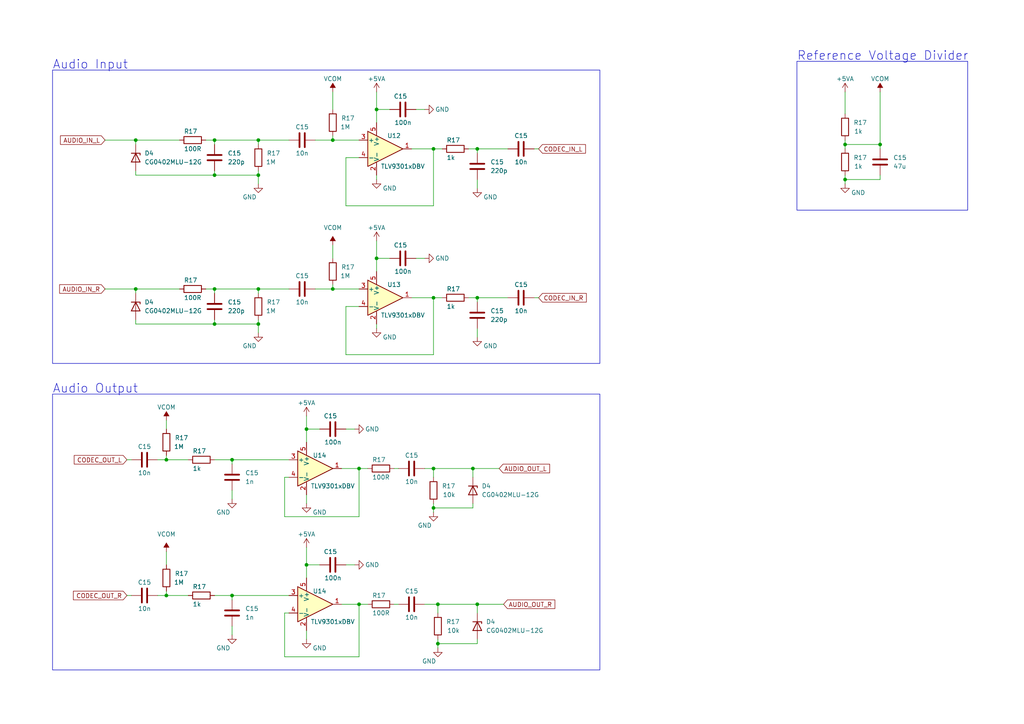
<source format=kicad_sch>
(kicad_sch (version 20230121) (generator eeschema)
  (paper "A4")
  (lib_symbols
    (symbol "Amplifier_Operational:TLV9301xDBV" (pin_names (offset 0.127))
      (property "Reference" "U" (at -1.27 6.35 0))
      (property "Value" "TLV9301xDBV" (at -1.27 3.81 0))
      (symbol "TLV9301xDBV_0_1"
        (polyline (pts (xy -5.08 5.08) (xy 5.08 0) (xy -5.08 -5.08) (xy -5.08 5.08)) (stroke (width 0.254)) (fill (type background)))
        (pin power_in line (at -2.54 -7.62 90) (length 3.81) (name "V-") (number "2"))
        (pin power_in line (at -2.54 7.62 270) (length 3.81) (name "V+") (number "5"))
      )
      (symbol "TLV9301xDBV_1_1"
        (pin output line (at 7.62 0 180) (length 2.54) (name "~") (number "1"))
        (pin input line (at -7.62 2.54 0) (length 2.54) (name "+") (number "3"))
        (pin input line (at -7.62 -2.54 0) (length 2.54) (name "-") (number "4"))
      )
    )
    (symbol "Device:C" (pin_numbers hide) (pin_names (offset 0.254))
      (property "Reference" "C" (at 0.635 2.54 0))
      (property "Value" "C" (at 0.635 -2.54 0))
      (symbol "C_0_1"
        (polyline (pts (xy -2.032 -0.762) (xy 2.032 -0.762)) (stroke (width 0.508)))
        (polyline (pts (xy -2.032 0.762) (xy 2.032 0.762)) (stroke (width 0.508)))
      )
      (symbol "C_1_1"
        (pin passive line (at 0 3.81 270) (length 2.794) (name "~") (number "1"))
        (pin passive line (at 0 -3.81 90) (length 2.794) (name "~") (number "2"))
      )
    )
    (symbol "Device:D_Zener" (pin_numbers hide) (pin_names (offset 1.016) hide)
      (property "Reference" "D" (at 0 2.54 0))
      (property "Value" "D_Zener" (at 0 -2.54 0))
      (symbol "D_Zener_0_1"
        (polyline (pts (xy 1.27 0) (xy -1.27 0)))
        (polyline (pts (xy -1.27 -1.27) (xy -1.27 1.27) (xy -0.762 1.27)) (stroke (width 0.254)))
        (polyline (pts (xy 1.27 -1.27) (xy 1.27 1.27) (xy -1.27 0) (xy 1.27 -1.27)) (stroke (width 0.254)))
      )
      (symbol "D_Zener_1_1"
        (pin passive line (at -3.81 0 0) (length 2.54) (name "K") (number "1"))
        (pin passive line (at 3.81 0 180) (length 2.54) (name "A") (number "2"))
      )
    )
    (symbol "Device:R" (pin_numbers hide) (pin_names (offset 0))
      (property "Reference" "R" (at 2.032 0 90))
      (property "Value" "R" (at 0 0 90))
      (symbol "R_0_1"
        (rectangle (start -1.016 -2.54) (end 1.016 2.54) (stroke (width 0.254)))
      )
      (symbol "R_1_1"
        (pin passive line (at 0 3.81 270) (length 1.27) (name "~") (number "1"))
        (pin passive line (at 0 -3.81 90) (length 1.27) (name "~") (number "2"))
      )
    )
    (symbol "power:+5VA" (power) (pin_names (offset 0))
      (property "Value" "+5VA" (at 0 3.556 0))
      (symbol "+5VA_0_1"
        (polyline (pts (xy -0.762 1.27) (xy 0 2.54)))
        (polyline (pts (xy 0 0) (xy 0 2.54)))
        (polyline (pts (xy 0 2.54) (xy 0.762 1.27)))
      )
      (symbol "+5VA_1_1"
        (pin power_in line (at 0 0 90) (length 0) hide (name "+5VA") (number "1"))
      )
    )
    (symbol "power:GND" (power) (pin_names (offset 0))
      (property "Value" "GND" (at 0 -3.81 0))
      (symbol "GND_0_1"
        (polyline (pts (xy 0 0) (xy 0 -1.27) (xy 1.27 -1.27) (xy 0 -2.54) (xy -1.27 -1.27) (xy 0 -1.27)))
      )
      (symbol "GND_1_1"
        (pin power_in line (at 0 0 270) (length 0) hide (name "GND") (number "1"))
      )
    )
    (symbol "power:VCOM" (power) (pin_names (offset 0))
      (property "Value" "VCOM" (at 0 3.81 0))
      (symbol "VCOM_0_1"
        (polyline (pts (xy 0 0) (xy 0 2.54)))
        (polyline (pts (xy 0.762 1.27) (xy -0.762 1.27) (xy 0 2.54) (xy 0.762 1.27)) (fill (type outline)))
      )
      (symbol "VCOM_1_1"
        (pin power_in line (at 0 0 90) (length 0) hide (name "VCOM") (number "1"))
      )
    )
  )
  (junction (at 62.23 93.98))
  (junction (at 48.26 133.35))
  (junction (at 62.23 40.64))
  (junction (at 39.37 83.82))
  (junction (at 138.43 86.36))
  (junction (at 109.22 31.75))
  (junction (at 125.73 147.32))
  (junction (at 138.43 43.18))
  (junction (at 104.14 135.89))
  (junction (at 62.23 50.8))
  (junction (at 138.43 175.26))
  (junction (at 48.26 172.72))
  (junction (at 88.9 124.46))
  (junction (at 137.16 135.89))
  (junction (at 245.11 41.91))
  (junction (at 96.52 83.82))
  (junction (at 74.93 83.82))
  (junction (at 125.73 86.36))
  (junction (at 125.73 135.89))
  (junction (at 127 186.69))
  (junction (at 109.22 74.93))
  (junction (at 39.37 40.64))
  (junction (at 104.14 175.26))
  (junction (at 127 175.26))
  (junction (at 125.73 43.18))
  (junction (at 74.93 93.98))
  (junction (at 88.9 163.83))
  (junction (at 67.31 133.35))
  (junction (at 96.52 40.64))
  (junction (at 74.93 40.64))
  (junction (at 67.31 172.72))
  (junction (at 255.27 41.91))
  (junction (at 62.23 83.82))
  (junction (at 74.93 50.8))
  (junction (at 245.11 52.07))
  (wire (pts (xy 100.33 102.87) (xy 100.33 88.9)))
  (wire (pts (xy 67.31 181.61) (xy 67.31 184.15)))
  (wire (pts (xy 104.14 135.89) (xy 106.68 135.89)))
  (wire (pts (xy 144.78 135.89) (xy 137.16 135.89)))
  (wire (pts (xy 125.73 43.18) (xy 128.27 43.18)))
  (wire (pts (xy 138.43 86.36) (xy 138.43 87.63)))
  (wire (pts (xy 135.89 86.36) (xy 138.43 86.36)))
  (wire (pts (xy 67.31 133.35) (xy 67.31 134.62)))
  (wire (pts (xy 138.43 52.07) (xy 138.43 54.61)))
  (wire (pts (xy 119.38 86.36) (xy 125.73 86.36)))
  (wire (pts (xy 62.23 93.98) (xy 74.93 93.98)))
  (wire (pts (xy 109.22 26.67) (xy 109.22 31.75)))
  (wire (pts (xy 67.31 133.35) (xy 83.82 133.35)))
  (wire (pts (xy 137.16 146.05) (xy 137.16 147.32)))
  (wire (pts (xy 100.33 45.72) (xy 104.14 45.72)))
  (wire (pts (xy 82.55 190.5) (xy 104.14 190.5)))
  (wire (pts (xy 245.11 41.91) (xy 245.11 43.18)))
  (wire (pts (xy 127 186.69) (xy 127 187.96)))
  (wire (pts (xy 127 186.69) (xy 138.43 186.69)))
  (wire (pts (xy 96.52 40.64) (xy 104.14 40.64)))
  (wire (pts (xy 99.06 175.26) (xy 104.14 175.26)))
  (wire (pts (xy 245.11 52.07) (xy 245.11 53.34)))
  (wire (pts (xy 48.26 121.92) (xy 48.26 124.46)))
  (wire (pts (xy 82.55 149.86) (xy 104.14 149.86)))
  (wire (pts (xy 39.37 83.82) (xy 39.37 85.09)))
  (wire (pts (xy 125.73 59.69) (xy 100.33 59.69)))
  (wire (pts (xy 138.43 95.25) (xy 138.43 97.79)))
  (wire (pts (xy 99.06 135.89) (xy 104.14 135.89)))
  (wire (pts (xy 67.31 142.24) (xy 67.31 144.78)))
  (wire (pts (xy 109.22 50.8) (xy 109.22 52.07)))
  (wire (pts (xy 91.44 40.64) (xy 96.52 40.64)))
  (wire (pts (xy 138.43 175.26) (xy 127 175.26)))
  (wire (pts (xy 125.73 43.18) (xy 125.73 59.69)))
  (wire (pts (xy 120.65 74.93) (xy 123.19 74.93)))
  (wire (pts (xy 127 175.26) (xy 127 177.8)))
  (wire (pts (xy 100.33 88.9) (xy 104.14 88.9)))
  (wire (pts (xy 88.9 163.83) (xy 88.9 167.64)))
  (wire (pts (xy 100.33 59.69) (xy 100.33 45.72)))
  (wire (pts (xy 59.69 83.82) (xy 62.23 83.82)))
  (wire (pts (xy 62.23 92.71) (xy 62.23 93.98)))
  (wire (pts (xy 100.33 124.46) (xy 102.87 124.46)))
  (wire (pts (xy 125.73 102.87) (xy 100.33 102.87)))
  (wire (pts (xy 82.55 138.43) (xy 82.55 149.86)))
  (wire (pts (xy 82.55 177.8) (xy 82.55 190.5)))
  (wire (pts (xy 123.19 175.26) (xy 127 175.26)))
  (wire (pts (xy 125.73 135.89) (xy 125.73 138.43)))
  (wire (pts (xy 125.73 86.36) (xy 125.73 102.87)))
  (wire (pts (xy 109.22 69.85) (xy 109.22 74.93)))
  (wire (pts (xy 74.93 49.53) (xy 74.93 50.8)))
  (wire (pts (xy 115.57 135.89) (xy 114.3 135.89)))
  (wire (pts (xy 138.43 86.36) (xy 147.32 86.36)))
  (wire (pts (xy 39.37 40.64) (xy 39.37 41.91)))
  (wire (pts (xy 74.93 83.82) (xy 83.82 83.82)))
  (wire (pts (xy 74.93 92.71) (xy 74.93 93.98)))
  (wire (pts (xy 88.9 182.88) (xy 88.9 185.42)))
  (wire (pts (xy 62.23 172.72) (xy 67.31 172.72)))
  (wire (pts (xy 255.27 26.67) (xy 255.27 41.91)))
  (wire (pts (xy 74.93 40.64) (xy 74.93 41.91)))
  (wire (pts (xy 45.72 133.35) (xy 48.26 133.35)))
  (wire (pts (xy 74.93 93.98) (xy 74.93 96.52)))
  (wire (pts (xy 39.37 49.53) (xy 39.37 50.8)))
  (wire (pts (xy 62.23 83.82) (xy 74.93 83.82)))
  (wire (pts (xy 67.31 172.72) (xy 83.82 172.72)))
  (wire (pts (xy 96.52 71.12) (xy 96.52 74.93)))
  (wire (pts (xy 138.43 175.26) (xy 146.05 175.26)))
  (wire (pts (xy 67.31 172.72) (xy 67.31 173.99)))
  (wire (pts (xy 127 185.42) (xy 127 186.69)))
  (wire (pts (xy 100.33 163.83) (xy 102.87 163.83)))
  (wire (pts (xy 62.23 50.8) (xy 74.93 50.8)))
  (wire (pts (xy 48.26 172.72) (xy 54.61 172.72)))
  (wire (pts (xy 156.21 43.18) (xy 154.94 43.18)))
  (wire (pts (xy 255.27 41.91) (xy 245.11 41.91)))
  (wire (pts (xy 45.72 172.72) (xy 48.26 172.72)))
  (wire (pts (xy 36.83 133.35) (xy 38.1 133.35)))
  (wire (pts (xy 62.23 40.64) (xy 74.93 40.64)))
  (wire (pts (xy 156.21 86.36) (xy 154.94 86.36)))
  (wire (pts (xy 138.43 43.18) (xy 138.43 44.45)))
  (wire (pts (xy 62.23 40.64) (xy 62.23 41.91)))
  (wire (pts (xy 245.11 40.64) (xy 245.11 41.91)))
  (wire (pts (xy 109.22 31.75) (xy 113.03 31.75)))
  (wire (pts (xy 48.26 132.08) (xy 48.26 133.35)))
  (wire (pts (xy 39.37 93.98) (xy 62.23 93.98)))
  (wire (pts (xy 137.16 135.89) (xy 137.16 138.43)))
  (wire (pts (xy 74.93 50.8) (xy 74.93 53.34)))
  (wire (pts (xy 245.11 26.67) (xy 245.11 33.02)))
  (wire (pts (xy 88.9 158.75) (xy 88.9 163.83)))
  (wire (pts (xy 96.52 83.82) (xy 104.14 83.82)))
  (wire (pts (xy 48.26 133.35) (xy 54.61 133.35)))
  (wire (pts (xy 125.73 147.32) (xy 125.73 148.59)))
  (wire (pts (xy 39.37 83.82) (xy 52.07 83.82)))
  (wire (pts (xy 120.65 31.75) (xy 123.19 31.75)))
  (wire (pts (xy 109.22 31.75) (xy 109.22 35.56)))
  (wire (pts (xy 88.9 124.46) (xy 88.9 128.27)))
  (wire (pts (xy 104.14 175.26) (xy 106.68 175.26)))
  (wire (pts (xy 39.37 92.71) (xy 39.37 93.98)))
  (wire (pts (xy 255.27 41.91) (xy 255.27 43.18)))
  (wire (pts (xy 125.73 135.89) (xy 123.19 135.89)))
  (wire (pts (xy 138.43 185.42) (xy 138.43 186.69)))
  (wire (pts (xy 62.23 83.82) (xy 62.23 85.09)))
  (wire (pts (xy 39.37 50.8) (xy 62.23 50.8)))
  (wire (pts (xy 48.26 160.02) (xy 48.26 163.83)))
  (wire (pts (xy 30.48 40.64) (xy 39.37 40.64)))
  (wire (pts (xy 255.27 50.8) (xy 255.27 52.07)))
  (wire (pts (xy 48.26 171.45) (xy 48.26 172.72)))
  (wire (pts (xy 36.83 172.72) (xy 38.1 172.72)))
  (wire (pts (xy 109.22 93.98) (xy 109.22 95.25)))
  (wire (pts (xy 74.93 40.64) (xy 83.82 40.64)))
  (wire (pts (xy 125.73 146.05) (xy 125.73 147.32)))
  (wire (pts (xy 135.89 43.18) (xy 138.43 43.18)))
  (wire (pts (xy 88.9 163.83) (xy 92.71 163.83)))
  (wire (pts (xy 137.16 135.89) (xy 125.73 135.89)))
  (wire (pts (xy 104.14 149.86) (xy 104.14 135.89)))
  (wire (pts (xy 138.43 175.26) (xy 138.43 177.8)))
  (wire (pts (xy 39.37 40.64) (xy 52.07 40.64)))
  (wire (pts (xy 59.69 40.64) (xy 62.23 40.64)))
  (wire (pts (xy 88.9 120.65) (xy 88.9 124.46)))
  (wire (pts (xy 109.22 74.93) (xy 109.22 78.74)))
  (wire (pts (xy 138.43 43.18) (xy 147.32 43.18)))
  (wire (pts (xy 91.44 83.82) (xy 96.52 83.82)))
  (wire (pts (xy 115.57 175.26) (xy 114.3 175.26)))
  (wire (pts (xy 74.93 83.82) (xy 74.93 85.09)))
  (wire (pts (xy 125.73 86.36) (xy 128.27 86.36)))
  (wire (pts (xy 83.82 177.8) (xy 82.55 177.8)))
  (wire (pts (xy 62.23 49.53) (xy 62.23 50.8)))
  (wire (pts (xy 109.22 74.93) (xy 113.03 74.93)))
  (wire (pts (xy 30.48 83.82) (xy 39.37 83.82)))
  (wire (pts (xy 96.52 26.67) (xy 96.52 31.75)))
  (wire (pts (xy 96.52 82.55) (xy 96.52 83.82)))
  (wire (pts (xy 125.73 147.32) (xy 137.16 147.32)))
  (wire (pts (xy 96.52 39.37) (xy 96.52 40.64)))
  (wire (pts (xy 88.9 143.51) (xy 88.9 146.05)))
  (wire (pts (xy 245.11 50.8) (xy 245.11 52.07)))
  (wire (pts (xy 119.38 43.18) (xy 125.73 43.18)))
  (wire (pts (xy 62.23 133.35) (xy 67.31 133.35)))
  (wire (pts (xy 88.9 124.46) (xy 92.71 124.46)))
  (wire (pts (xy 245.11 52.07) (xy 255.27 52.07)))
  (wire (pts (xy 83.82 138.43) (xy 82.55 138.43)))
  (wire (pts (xy 104.14 190.5) (xy 104.14 175.26)))
  (rectangle (start 231.14 17.78) (end 280.67 60.96))
  (rectangle (start 15.24 114.3) (end 173.99 194.31))
  (rectangle (start 15.24 20.32) (end 173.99 105.41))
  (text "Reference Voltage Divider" (at 231.14 17.78 0) (effects (font (size 2.54 2.54)) (justify left bottom)))
  (text "Audio Output" (at 15.24 114.3 0) (effects (font (size 2.54 2.54)) (justify left bottom)))
  (text "Audio Input" (at 15.24 20.32 0) (effects (font (size 2.54 2.54)) (justify left bottom)))
  (global_label "CODEC_OUT_R" (shape input) (at 36.83 172.72 180) (property "Intersheetrefs" "${INTERSHEET_REFS}" (effects hide)))
  (global_label "AUDIO_IN_R" (shape input) (at 30.48 83.82 180) (property "Intersheetrefs" "${INTERSHEET_REFS}" (effects hide)))
  (global_label "CODEC_IN_R" (shape input) (at 156.21 86.36 0) (property "Intersheetrefs" "${INTERSHEET_REFS}" (effects hide)))
  (global_label "CODEC_IN_L" (shape input) (at 156.21 43.18 0) (property "Intersheetrefs" "${INTERSHEET_REFS}" (effects hide)))
  (global_label "AUDIO_OUT_R" (shape input) (at 146.05 175.26 0) (property "Intersheetrefs" "${INTERSHEET_REFS}" (effects hide)))
  (global_label "AUDIO_IN_L" (shape input) (at 30.48 40.64 180) (property "Intersheetrefs" "${INTERSHEET_REFS}" (effects hide)))
  (global_label "AUDIO_OUT_L" (shape input) (at 144.78 135.89 0) (property "Intersheetrefs" "${INTERSHEET_REFS}" (effects hide)))
  (global_label "CODEC_OUT_L" (shape input) (at 36.83 133.35 180) (property "Intersheetrefs" "${INTERSHEET_REFS}" (effects hide)))
  (symbol (lib_id "power:+5VA") (at 88.9 120.65 0) (unit 1)
    (property "Reference" "#PWR020" (effects hide))
    (property "Value" "+5VA" (at 88.9 116.84 0))
    (instances (project "dsp-tb" (path "" (reference "#PWR020") (unit 1)) (path "" (reference "#PWR088") (unit 1)) (path "" (reference "#PWR0110") (unit 1))))
  )
  (symbol (lib_id "Device:R") (at 58.42 172.72 270) (mirror x) (unit 1)
    (property "Reference" "R17" (at 55.88 170.18 90) (effects (justify left)))
    (property "Value" "1k" (at 55.88 175.26 90) (effects (justify left)))
    (property "Footprint" "Resistor_SMD:R_0402_1005Metric" (effects hide))
    (instances (project "dsp-tb" (path "" (reference "R17") (unit 1)) (path "" (reference "R37") (unit 1)) (path "" (reference "R42") (unit 1)) (path "" (reference "R63") (unit 1))))
  )
  (symbol (lib_id "Device:R") (at 125.73 142.24 0) (mirror y) (unit 1)
    (property "Reference" "R17" (at 132.08 140.97 0) (effects (justify left)))
    (property "Value" "10k" (at 132.08 143.51 0) (effects (justify left)))
    (property "Footprint" "Resistor_SMD:R_0402_1005Metric" (effects hide))
    (instances (project "dsp-tb" (path "" (reference "R17") (unit 1)) (path "" (reference "R37") (unit 1)) (path "" (reference "R42") (unit 1)) (path "" (reference "R65") (unit 1))))
  )
  (symbol (lib_id "Device:C") (at 119.38 135.89 90) (unit 1)
    (property "Reference" "C15" (at 119.38 132.08 90))
    (property "Value" "10n" (at 119.38 139.7 90))
    (property "Footprint" "Capacitor_SMD:C_0402_1005Metric" (effects hide))
    (instances (project "dsp-tb" (path "" (reference "C15") (unit 1)) (path "" (reference "C42") (unit 1)) (path "" (reference "C63") (unit 1)) (path "" (reference "C69") (unit 1)) (path "" (reference "C90") (unit 1))))
  )
  (symbol (lib_id "Device:C") (at 67.31 177.8 0) (unit 1)
    (property "Reference" "C15" (at 71.12 176.53 0) (effects (justify left)))
    (property "Value" "1n" (at 71.12 179.07 0) (effects (justify left)))
    (property "Footprint" "Capacitor_SMD:C_0402_1005Metric" (effects hide))
    (instances (project "dsp-tb" (path "" (reference "C15") (unit 1)) (path "" (reference "C42") (unit 1)) (path "" (reference "C63") (unit 1)) (path "" (reference "C69") (unit 1)) (path "" (reference "C92") (unit 1))))
  )
  (symbol (lib_id "power:GND") (at 109.22 52.07 0) (unit 1)
    (property "Reference" "#PWR076" (effects hide))
    (property "Value" "GND" (at 113.03 54.61 0))
    (instances (project "dsp-tb" (path "" (reference "#PWR076") (unit 1)) (path "" (reference "#PWR087") (unit 1)) (path "" (reference "#PWR095") (unit 1))))
  )
  (symbol (lib_id "Amplifier_Operational:TLV9301xDBV") (at 111.76 43.18 0) (unit 1)
    (property "Reference" "U12" (at 114.3 39.37 0))
    (property "Value" "TLV9301xDBV" (at 116.84 48.26 0))
    (property "Footprint" "Package_TO_SOT_SMD:SOT-23-5" (effects hide))
    (property "Datasheet" "https://www.ti.com/lit/ds/symlink/tlv9301.pdf" (effects hide))
    (instances (project "dsp-tb" (path "" (reference "U12") (unit 1)) (path "" (reference "U11") (unit 1))))
  )
  (symbol (lib_id "power:+5VA") (at 109.22 26.67 0) (unit 1)
    (property "Reference" "#PWR020" (effects hide))
    (property "Value" "+5VA" (at 109.22 22.86 0))
    (instances (project "dsp-tb" (path "" (reference "#PWR020") (unit 1)) (path "" (reference "#PWR088") (unit 1)) (path "" (reference "#PWR093") (unit 1))))
  )
  (symbol (lib_id "power:+5VA") (at 109.22 69.85 0) (unit 1)
    (property "Reference" "#PWR020" (effects hide))
    (property "Value" "+5VA" (at 109.22 66.04 0))
    (instances (project "dsp-tb" (path "" (reference "#PWR020") (unit 1)) (path "" (reference "#PWR088") (unit 1)) (path "" (reference "#PWR0100") (unit 1))))
  )
  (symbol (lib_id "power:GND") (at 138.43 54.61 0) (unit 1)
    (property "Reference" "#PWR076" (effects hide))
    (property "Value" "GND" (at 142.24 57.15 0))
    (instances (project "dsp-tb" (path "" (reference "#PWR076") (unit 1)) (path "" (reference "#PWR087") (unit 1)) (path "" (reference "#PWR097") (unit 1))))
  )
  (symbol (lib_id "Device:R") (at 48.26 128.27 0) (mirror y) (unit 1)
    (property "Reference" "R17" (at 54.61 127 0) (effects (justify left)))
    (property "Value" "1M" (at 53.34 129.54 0) (effects (justify left)))
    (property "Footprint" "Resistor_SMD:R_0402_1005Metric" (effects hide))
    (instances (project "dsp-tb" (path "" (reference "R17") (unit 1)) (path "" (reference "R37") (unit 1)) (path "" (reference "R42") (unit 1)) (path "" (reference "R59") (unit 1))))
  )
  (symbol (lib_id "Device:C") (at 151.13 43.18 90) (unit 1)
    (property "Reference" "C15" (at 151.13 39.37 90))
    (property "Value" "10n" (at 151.13 46.99 90))
    (property "Footprint" "Capacitor_SMD:C_0402_1005Metric" (effects hide))
    (instances (project "dsp-tb" (path "" (reference "C15") (unit 1)) (path "" (reference "C42") (unit 1)) (path "" (reference "C63") (unit 1)) (path "" (reference "C69") (unit 1)) (path "" (reference "C80") (unit 1))))
  )
  (symbol (lib_id "power:GND") (at 67.31 144.78 0) (unit 1)
    (property "Reference" "#PWR076" (effects hide))
    (property "Value" "GND" (at 64.77 148.59 0))
    (instances (project "dsp-tb" (path "" (reference "#PWR076") (unit 1)) (path "" (reference "#PWR087") (unit 1)) (path "" (reference "#PWR0108") (unit 1))))
  )
  (symbol (lib_id "Device:C") (at 41.91 133.35 90) (unit 1)
    (property "Reference" "C15" (at 41.91 129.54 90))
    (property "Value" "10n" (at 41.91 137.16 90))
    (property "Footprint" "Capacitor_SMD:C_0402_1005Metric" (effects hide))
    (instances (project "dsp-tb" (path "" (reference "C15") (unit 1)) (path "" (reference "C42") (unit 1)) (path "" (reference "C63") (unit 1)) (path "" (reference "C69") (unit 1)) (path "" (reference "C87") (unit 1))))
  )
  (symbol (lib_id "power:GND") (at 138.43 97.79 0) (unit 1)
    (property "Reference" "#PWR076" (effects hide))
    (property "Value" "GND" (at 142.24 100.33 0))
    (instances (project "dsp-tb" (path "" (reference "#PWR076") (unit 1)) (path "" (reference "#PWR087") (unit 1)) (path "" (reference "#PWR0103") (unit 1))))
  )
  (symbol (lib_id "Device:R") (at 96.52 35.56 0) (mirror y) (unit 1)
    (property "Reference" "R17" (at 102.87 34.29 0) (effects (justify left)))
    (property "Value" "1M" (at 101.6 36.83 0) (effects (justify left)))
    (property "Footprint" "Resistor_SMD:R_0402_1005Metric" (effects hide))
    (instances (project "dsp-tb" (path "" (reference "R17") (unit 1)) (path "" (reference "R37") (unit 1)) (path "" (reference "R42") (unit 1)) (path "" (reference "R51") (unit 1))))
  )
  (symbol (lib_id "Device:C") (at 116.84 74.93 90) (unit 1)
    (property "Reference" "C15" (at 118.11 71.12 90) (effects (justify left)))
    (property "Value" "100n" (at 119.38 78.74 90) (effects (justify left)))
    (property "Footprint" "Capacitor_SMD:C_0402_1005Metric" (effects hide))
    (instances (project "dsp-tb" (path "" (reference "C15") (unit 1)) (path "" (reference "C42") (unit 1)) (path "" (reference "C63") (unit 1)) (path "" (reference "C74") (unit 1)) (path "" (reference "C83") (unit 1))))
  )
  (symbol (lib_id "Device:C") (at 67.31 138.43 0) (unit 1)
    (property "Reference" "C15" (at 71.12 137.16 0) (effects (justify left)))
    (property "Value" "1n" (at 71.12 139.7 0) (effects (justify left)))
    (property "Footprint" "Capacitor_SMD:C_0402_1005Metric" (effects hide))
    (instances (project "dsp-tb" (path "" (reference "C15") (unit 1)) (path "" (reference "C42") (unit 1)) (path "" (reference "C63") (unit 1)) (path "" (reference "C69") (unit 1)) (path "" (reference "C88") (unit 1))))
  )
  (symbol (lib_id "Device:R") (at 58.42 133.35 270) (mirror x) (unit 1)
    (property "Reference" "R17" (at 55.88 130.81 90) (effects (justify left)))
    (property "Value" "1k" (at 55.88 135.89 90) (effects (justify left)))
    (property "Footprint" "Resistor_SMD:R_0402_1005Metric" (effects hide))
    (instances (project "dsp-tb" (path "" (reference "R17") (unit 1)) (path "" (reference "R37") (unit 1)) (path "" (reference "R42") (unit 1)) (path "" (reference "R60") (unit 1))))
  )
  (symbol (lib_id "Device:D_Zener") (at 39.37 88.9 270) (unit 1)
    (property "Reference" "D4" (at 41.91 87.63 90) (effects (justify left)))
    (property "Value" "CG0402MLU-12G" (at 41.91 90.17 90) (effects (justify left)))
    (property "Footprint" "Diode_SMD:D_0402_1005Metric" (effects hide))
    (instances (project "dsp-tb" (path "" (reference "D4") (unit 1)) (path "" (reference "D14") (unit 1))))
  )
  (symbol (lib_id "Device:D_Zener") (at 138.43 181.61 270) (unit 1)
    (property "Reference" "D4" (at 140.97 180.34 90) (effects (justify left)))
    (property "Value" "CG0402MLU-12G" (at 140.97 182.88 90) (effects (justify left)))
    (property "Footprint" "Diode_SMD:D_0402_1005Metric" (effects hide))
    (instances (project "dsp-tb" (path "" (reference "D4") (unit 1)) (path "" (reference "D16") (unit 1))))
  )
  (symbol (lib_id "Device:C") (at 87.63 83.82 90) (unit 1)
    (property "Reference" "C15" (at 87.63 80.01 90))
    (property "Value" "10n" (at 87.63 87.63 90))
    (property "Footprint" "Capacitor_SMD:C_0402_1005Metric" (effects hide))
    (instances (project "dsp-tb" (path "" (reference "C15") (unit 1)) (path "" (reference "C42") (unit 1)) (path "" (reference "C63") (unit 1)) (path "" (reference "C69") (unit 1)) (path "" (reference "C82") (unit 1))))
  )
  (symbol (lib_id "Device:R") (at 55.88 40.64 270) (mirror x) (unit 1)
    (property "Reference" "R17" (at 53.34 38.1 90) (effects (justify left)))
    (property "Value" "100R" (at 53.34 43.18 90) (effects (justify left)))
    (property "Footprint" "Resistor_SMD:R_0402_1005Metric" (effects hide))
    (instances (project "dsp-tb" (path "" (reference "R17") (unit 1)) (path "" (reference "R37") (unit 1)) (path "" (reference "R42") (unit 1)) (path "" (reference "R49") (unit 1))))
  )
  (symbol (lib_id "Device:R") (at 132.08 86.36 270) (mirror x) (unit 1)
    (property "Reference" "R17" (at 129.54 83.82 90) (effects (justify left)))
    (property "Value" "1k" (at 129.54 88.9 90) (effects (justify left)))
    (property "Footprint" "Resistor_SMD:R_0402_1005Metric" (effects hide))
    (instances (project "dsp-tb" (path "" (reference "R17") (unit 1)) (path "" (reference "R37") (unit 1)) (path "" (reference "R42") (unit 1)) (path "" (reference "R56") (unit 1))))
  )
  (symbol (lib_id "power:VCOM") (at 48.26 121.92 0) (unit 1)
    (property "Reference" "#PWR0107" (effects hide))
    (property "Value" "VCOM" (at 48.26 118.11 0))
  )
  (symbol (lib_id "Device:R") (at 96.52 78.74 0) (mirror y) (unit 1)
    (property "Reference" "R17" (at 102.87 77.47 0) (effects (justify left)))
    (property "Value" "1M" (at 101.6 80.01 0) (effects (justify left)))
    (property "Footprint" "Resistor_SMD:R_0402_1005Metric" (effects hide))
    (instances (project "dsp-tb" (path "" (reference "R17") (unit 1)) (path "" (reference "R37") (unit 1)) (path "" (reference "R42") (unit 1)) (path "" (reference "R55") (unit 1))))
  )
  (symbol (lib_id "Device:R") (at 245.11 36.83 0) (mirror y) (unit 1)
    (property "Reference" "R17" (at 251.46 35.56 0) (effects (justify left)))
    (property "Value" "1k" (at 250.19 38.1 0) (effects (justify left)))
    (property "Footprint" "Resistor_SMD:R_0402_1005Metric" (effects hide))
    (instances (project "dsp-tb" (path "" (reference "R17") (unit 1)) (path "" (reference "R37") (unit 1)) (path "" (reference "R42") (unit 1)) (path "" (reference "R57") (unit 1))))
  )
  (symbol (lib_id "Amplifier_Operational:TLV9301xDBV") (at 111.76 86.36 0) (unit 1)
    (property "Reference" "U13" (at 114.3 82.55 0))
    (property "Value" "TLV9301xDBV" (at 116.84 91.44 0))
    (property "Footprint" "Package_TO_SOT_SMD:SOT-23-5" (effects hide))
    (property "Datasheet" "https://www.ti.com/lit/ds/symlink/tlv9301.pdf" (effects hide))
    (instances (project "dsp-tb" (path "" (reference "U13") (unit 1)) (path "" (reference "U12") (unit 1))))
  )
  (symbol (lib_id "power:GND") (at 109.22 95.25 0) (unit 1)
    (property "Reference" "#PWR076" (effects hide))
    (property "Value" "GND" (at 113.03 97.79 0))
    (instances (project "dsp-tb" (path "" (reference "#PWR076") (unit 1)) (path "" (reference "#PWR087") (unit 1)) (path "" (reference "#PWR0101") (unit 1))))
  )
  (symbol (lib_id "Device:D_Zener") (at 39.37 45.72 270) (unit 1)
    (property "Reference" "D4" (at 41.91 44.45 90) (effects (justify left)))
    (property "Value" "CG0402MLU-12G" (at 41.91 46.99 90) (effects (justify left)))
    (property "Footprint" "Diode_SMD:D_0402_1005Metric" (effects hide))
    (instances (project "dsp-tb" (path "" (reference "D4") (unit 1)) (path "" (reference "D13") (unit 1))))
  )
  (symbol (lib_id "Device:R") (at 74.93 88.9 0) (mirror y) (unit 1)
    (property "Reference" "R17" (at 81.28 87.63 0) (effects (justify left)))
    (property "Value" "1M" (at 80.01 90.17 0) (effects (justify left)))
    (property "Footprint" "Resistor_SMD:R_0402_1005Metric" (effects hide))
    (instances (project "dsp-tb" (path "" (reference "R17") (unit 1)) (path "" (reference "R37") (unit 1)) (path "" (reference "R42") (unit 1)) (path "" (reference "R54") (unit 1))))
  )
  (symbol (lib_id "Device:C") (at 138.43 91.44 0) (unit 1)
    (property "Reference" "C15" (at 142.24 90.17 0) (effects (justify left)))
    (property "Value" "220p" (at 142.24 92.71 0) (effects (justify left)))
    (property "Footprint" "Capacitor_SMD:C_0402_1005Metric" (effects hide))
    (instances (project "dsp-tb" (path "" (reference "C15") (unit 1)) (path "" (reference "C42") (unit 1)) (path "" (reference "C63") (unit 1)) (path "" (reference "C69") (unit 1)) (path "" (reference "C84") (unit 1))))
  )
  (symbol (lib_id "power:GND") (at 245.11 53.34 0) (unit 1)
    (property "Reference" "#PWR076" (effects hide))
    (property "Value" "GND" (at 248.92 55.88 0))
    (instances (project "dsp-tb" (path "" (reference "#PWR076") (unit 1)) (path "" (reference "#PWR087") (unit 1)) (path "" (reference "#PWR0106") (unit 1))))
  )
  (symbol (lib_id "power:GND") (at 88.9 185.42 0) (unit 1)
    (property "Reference" "#PWR076" (effects hide))
    (property "Value" "GND" (at 92.71 187.96 0))
    (instances (project "dsp-tb" (path "" (reference "#PWR076") (unit 1)) (path "" (reference "#PWR087") (unit 1)) (path "" (reference "#PWR0115") (unit 1))))
  )
  (symbol (lib_id "power:GND") (at 88.9 146.05 0) (unit 1)
    (property "Reference" "#PWR076" (effects hide))
    (property "Value" "GND" (at 92.71 148.59 0))
    (instances (project "dsp-tb" (path "" (reference "#PWR076") (unit 1)) (path "" (reference "#PWR087") (unit 1)) (path "" (reference "#PWR0109") (unit 1))))
  )
  (symbol (lib_id "power:VCOM") (at 96.52 26.67 0) (unit 1)
    (property "Reference" "#PWR092" (effects hide))
    (property "Value" "VCOM" (at 96.52 22.86 0))
  )
  (symbol (lib_id "power:GND") (at 125.73 148.59 0) (unit 1)
    (property "Reference" "#PWR076" (effects hide))
    (property "Value" "GND" (at 123.19 152.4 0))
    (instances (project "dsp-tb" (path "" (reference "#PWR076") (unit 1)) (path "" (reference "#PWR087") (unit 1)) (path "" (reference "#PWR0117") (unit 1))))
  )
  (symbol (lib_id "Device:C") (at 151.13 86.36 90) (unit 1)
    (property "Reference" "C15" (at 151.13 82.55 90))
    (property "Value" "10n" (at 151.13 90.17 90))
    (property "Footprint" "Capacitor_SMD:C_0402_1005Metric" (effects hide))
    (instances (project "dsp-tb" (path "" (reference "C15") (unit 1)) (path "" (reference "C42") (unit 1)) (path "" (reference "C63") (unit 1)) (path "" (reference "C69") (unit 1)) (path "" (reference "C85") (unit 1))))
  )
  (symbol (lib_id "Device:D_Zener") (at 137.16 142.24 270) (unit 1)
    (property "Reference" "D4" (at 139.7 140.97 90) (effects (justify left)))
    (property "Value" "CG0402MLU-12G" (at 139.7 143.51 90) (effects (justify left)))
    (property "Footprint" "Diode_SMD:D_0402_1005Metric" (effects hide))
    (instances (project "dsp-tb" (path "" (reference "D4") (unit 1)) (path "" (reference "D15") (unit 1))))
  )
  (symbol (lib_id "Device:C") (at 87.63 40.64 90) (unit 1)
    (property "Reference" "C15" (at 87.63 36.83 90))
    (property "Value" "10n" (at 87.63 44.45 90))
    (property "Footprint" "Capacitor_SMD:C_0402_1005Metric" (effects hide))
    (instances (project "dsp-tb" (path "" (reference "C15") (unit 1)) (path "" (reference "C42") (unit 1)) (path "" (reference "C63") (unit 1)) (path "" (reference "C69") (unit 1)) (path "" (reference "C77") (unit 1))))
  )
  (symbol (lib_id "Device:C") (at 119.38 175.26 90) (unit 1)
    (property "Reference" "C15" (at 119.38 171.45 90))
    (property "Value" "10n" (at 119.38 179.07 90))
    (property "Footprint" "Capacitor_SMD:C_0402_1005Metric" (effects hide))
    (instances (project "dsp-tb" (path "" (reference "C15") (unit 1)) (path "" (reference "C42") (unit 1)) (path "" (reference "C63") (unit 1)) (path "" (reference "C69") (unit 1)) (path "" (reference "C94") (unit 1))))
  )
  (symbol (lib_id "Device:R") (at 74.93 45.72 0) (mirror y) (unit 1)
    (property "Reference" "R17" (at 81.28 44.45 0) (effects (justify left)))
    (property "Value" "1M" (at 80.01 46.99 0) (effects (justify left)))
    (property "Footprint" "Resistor_SMD:R_0402_1005Metric" (effects hide))
    (instances (project "dsp-tb" (path "" (reference "R17") (unit 1)) (path "" (reference "R37") (unit 1)) (path "" (reference "R42") (unit 1)) (path "" (reference "R50") (unit 1))))
  )
  (symbol (lib_id "power:GND") (at 74.93 53.34 0) (unit 1)
    (property "Reference" "#PWR076" (effects hide))
    (property "Value" "GND" (at 72.39 57.15 0))
    (instances (project "dsp-tb" (path "" (reference "#PWR076") (unit 1)) (path "" (reference "#PWR087") (unit 1)) (path "" (reference "#PWR094") (unit 1))))
  )
  (symbol (lib_id "power:GND") (at 123.19 31.75 90) (unit 1)
    (property "Reference" "#PWR076" (effects hide))
    (property "Value" "GND" (at 128.27 31.75 90))
    (instances (project "dsp-tb" (path "" (reference "#PWR076") (unit 1)) (path "" (reference "#PWR087") (unit 1)) (path "" (reference "#PWR096") (unit 1))))
  )
  (symbol (lib_id "power:GND") (at 67.31 184.15 0) (unit 1)
    (property "Reference" "#PWR076" (effects hide))
    (property "Value" "GND" (at 64.77 187.96 0))
    (instances (project "dsp-tb" (path "" (reference "#PWR076") (unit 1)) (path "" (reference "#PWR087") (unit 1)) (path "" (reference "#PWR0113") (unit 1))))
  )
  (symbol (lib_id "Device:C") (at 62.23 88.9 0) (unit 1)
    (property "Reference" "C15" (at 66.04 87.63 0) (effects (justify left)))
    (property "Value" "220p" (at 66.04 90.17 0) (effects (justify left)))
    (property "Footprint" "Capacitor_SMD:C_0402_1005Metric" (effects hide))
    (instances (project "dsp-tb" (path "" (reference "C15") (unit 1)) (path "" (reference "C42") (unit 1)) (path "" (reference "C63") (unit 1)) (path "" (reference "C69") (unit 1)) (path "" (reference "C81") (unit 1))))
  )
  (symbol (lib_id "power:GND") (at 74.93 96.52 0) (unit 1)
    (property "Reference" "#PWR076" (effects hide))
    (property "Value" "GND" (at 72.39 100.33 0))
    (instances (project "dsp-tb" (path "" (reference "#PWR076") (unit 1)) (path "" (reference "#PWR087") (unit 1)) (path "" (reference "#PWR098") (unit 1))))
  )
  (symbol (lib_id "power:VCOM") (at 255.27 26.67 0) (unit 1)
    (property "Reference" "#PWR0104" (effects hide))
    (property "Value" "VCOM" (at 255.27 22.86 0))
  )
  (symbol (lib_id "power:VCOM") (at 48.26 160.02 0) (unit 1)
    (property "Reference" "#PWR0112" (effects hide))
    (property "Value" "VCOM" (at 48.26 154.94 0))
  )
  (symbol (lib_id "Device:R") (at 48.26 167.64 0) (mirror y) (unit 1)
    (property "Reference" "R17" (at 54.61 166.37 0) (effects (justify left)))
    (property "Value" "1M" (at 53.34 168.91 0) (effects (justify left)))
    (property "Footprint" "Resistor_SMD:R_0402_1005Metric" (effects hide))
    (instances (project "dsp-tb" (path "" (reference "R17") (unit 1)) (path "" (reference "R37") (unit 1)) (path "" (reference "R42") (unit 1)) (path "" (reference "R62") (unit 1))))
  )
  (symbol (lib_id "power:GND") (at 123.19 74.93 90) (unit 1)
    (property "Reference" "#PWR076" (effects hide))
    (property "Value" "GND" (at 128.27 74.93 90))
    (instances (project "dsp-tb" (path "" (reference "#PWR076") (unit 1)) (path "" (reference "#PWR087") (unit 1)) (path "" (reference "#PWR0102") (unit 1))))
  )
  (symbol (lib_id "power:VCOM") (at 96.52 71.12 0) (unit 1)
    (property "Reference" "#PWR099" (effects hide))
    (property "Value" "VCOM" (at 96.52 66.04 0))
  )
  (symbol (lib_id "Device:C") (at 116.84 31.75 90) (unit 1)
    (property "Reference" "C15" (at 118.11 27.94 90) (effects (justify left)))
    (property "Value" "100n" (at 119.38 35.56 90) (effects (justify left)))
    (property "Footprint" "Capacitor_SMD:C_0402_1005Metric" (effects hide))
    (instances (project "dsp-tb" (path "" (reference "C15") (unit 1)) (path "" (reference "C42") (unit 1)) (path "" (reference "C63") (unit 1)) (path "" (reference "C74") (unit 1)) (path "" (reference "C78") (unit 1))))
  )
  (symbol (lib_id "power:GND") (at 102.87 163.83 90) (unit 1)
    (property "Reference" "#PWR076" (effects hide))
    (property "Value" "GND" (at 107.95 163.83 90))
    (instances (project "dsp-tb" (path "" (reference "#PWR076") (unit 1)) (path "" (reference "#PWR087") (unit 1)) (path "" (reference "#PWR0116") (unit 1))))
  )
  (symbol (lib_id "Device:C") (at 96.52 163.83 90) (unit 1)
    (property "Reference" "C15" (at 97.79 160.02 90) (effects (justify left)))
    (property "Value" "100n" (at 99.06 167.64 90) (effects (justify left)))
    (property "Footprint" "Capacitor_SMD:C_0402_1005Metric" (effects hide))
    (instances (project "dsp-tb" (path "" (reference "C15") (unit 1)) (path "" (reference "C42") (unit 1)) (path "" (reference "C63") (unit 1)) (path "" (reference "C74") (unit 1)) (path "" (reference "C93") (unit 1))))
  )
  (symbol (lib_id "Device:R") (at 110.49 135.89 270) (mirror x) (unit 1)
    (property "Reference" "R17" (at 107.95 133.35 90) (effects (justify left)))
    (property "Value" "100R" (at 107.95 138.43 90) (effects (justify left)))
    (property "Footprint" "Resistor_SMD:R_0402_1005Metric" (effects hide))
    (instances (project "dsp-tb" (path "" (reference "R17") (unit 1)) (path "" (reference "R37") (unit 1)) (path "" (reference "R42") (unit 1)) (path "" (reference "R61") (unit 1))))
  )
  (symbol (lib_id "Device:R") (at 55.88 83.82 270) (mirror x) (unit 1)
    (property "Reference" "R17" (at 53.34 81.28 90) (effects (justify left)))
    (property "Value" "100R" (at 53.34 86.36 90) (effects (justify left)))
    (property "Footprint" "Resistor_SMD:R_0402_1005Metric" (effects hide))
    (instances (project "dsp-tb" (path "" (reference "R17") (unit 1)) (path "" (reference "R37") (unit 1)) (path "" (reference "R42") (unit 1)) (path "" (reference "R53") (unit 1))))
  )
  (symbol (lib_id "Device:R") (at 127 181.61 0) (mirror y) (unit 1)
    (property "Reference" "R17" (at 133.35 180.34 0) (effects (justify left)))
    (property "Value" "10k" (at 133.35 182.88 0) (effects (justify left)))
    (property "Footprint" "Resistor_SMD:R_0402_1005Metric" (effects hide))
    (instances (project "dsp-tb" (path "" (reference "R17") (unit 1)) (path "" (reference "R37") (unit 1)) (path "" (reference "R42") (unit 1)) (path "" (reference "R66") (unit 1))))
  )
  (symbol (lib_id "power:+5VA") (at 245.11 26.67 0) (unit 1)
    (property "Reference" "#PWR020" (effects hide))
    (property "Value" "+5VA" (at 245.11 22.86 0))
    (instances (project "dsp-tb" (path "" (reference "#PWR020") (unit 1)) (path "" (reference "#PWR088") (unit 1)) (path "" (reference "#PWR0105") (unit 1))))
  )
  (symbol (lib_id "power:GND") (at 127 187.96 0) (unit 1)
    (property "Reference" "#PWR076" (effects hide))
    (property "Value" "GND" (at 124.46 191.77 0))
    (instances (project "dsp-tb" (path "" (reference "#PWR076") (unit 1)) (path "" (reference "#PWR087") (unit 1)) (path "" (reference "#PWR0118") (unit 1))))
  )
  (symbol (lib_id "Device:R") (at 110.49 175.26 270) (mirror x) (unit 1)
    (property "Reference" "R17" (at 107.95 172.72 90) (effects (justify left)))
    (property "Value" "100R" (at 107.95 177.8 90) (effects (justify left)))
    (property "Footprint" "Resistor_SMD:R_0402_1005Metric" (effects hide))
    (instances (project "dsp-tb" (path "" (reference "R17") (unit 1)) (path "" (reference "R37") (unit 1)) (path "" (reference "R42") (unit 1)) (path "" (reference "R64") (unit 1))))
  )
  (symbol (lib_id "Device:C") (at 41.91 172.72 90) (unit 1)
    (property "Reference" "C15" (at 41.91 168.91 90))
    (property "Value" "10n" (at 41.91 176.53 90))
    (property "Footprint" "Capacitor_SMD:C_0402_1005Metric" (effects hide))
    (instances (project "dsp-tb" (path "" (reference "C15") (unit 1)) (path "" (reference "C42") (unit 1)) (path "" (reference "C63") (unit 1)) (path "" (reference "C69") (unit 1)) (path "" (reference "C91") (unit 1))))
  )
  (symbol (lib_id "Amplifier_Operational:TLV9301xDBV") (at 91.44 135.89 0) (unit 1)
    (property "Reference" "U14" (at 92.71 132.08 0))
    (property "Value" "TLV9301xDBV" (at 96.52 140.97 0))
    (property "Footprint" "Package_TO_SOT_SMD:SOT-23-5" (effects hide))
    (property "Datasheet" "https://www.ti.com/lit/ds/symlink/tlv9301.pdf" (effects hide))
    (instances (project "dsp-tb" (path "" (reference "U14") (unit 1)) (path "" (reference "U13") (unit 1))))
  )
  (symbol (lib_id "Device:C") (at 138.43 48.26 0) (unit 1)
    (property "Reference" "C15" (at 142.24 46.99 0) (effects (justify left)))
    (property "Value" "220p" (at 142.24 49.53 0) (effects (justify left)))
    (property "Footprint" "Capacitor_SMD:C_0402_1005Metric" (effects hide))
    (instances (project "dsp-tb" (path "" (reference "C15") (unit 1)) (path "" (reference "C42") (unit 1)) (path "" (reference "C63") (unit 1)) (path "" (reference "C69") (unit 1)) (path "" (reference "C79") (unit 1))))
  )
  (symbol (lib_id "Device:C") (at 96.52 124.46 90) (unit 1)
    (property "Reference" "C15" (at 97.79 120.65 90) (effects (justify left)))
    (property "Value" "100n" (at 99.06 128.27 90) (effects (justify left)))
    (property "Footprint" "Capacitor_SMD:C_0402_1005Metric" (effects hide))
    (instances (project "dsp-tb" (path "" (reference "C15") (unit 1)) (path "" (reference "C42") (unit 1)) (path "" (reference "C63") (unit 1)) (path "" (reference "C74") (unit 1)) (path "" (reference "C89") (unit 1))))
  )
  (symbol (lib_id "power:GND") (at 102.87 124.46 90) (unit 1)
    (property "Reference" "#PWR076" (effects hide))
    (property "Value" "GND" (at 107.95 124.46 90))
    (instances (project "dsp-tb" (path "" (reference "#PWR076") (unit 1)) (path "" (reference "#PWR087") (unit 1)) (path "" (reference "#PWR0111") (unit 1))))
  )
  (symbol (lib_id "Device:C") (at 255.27 46.99 0) (unit 1)
    (property "Reference" "C15" (at 259.08 45.72 0) (effects (justify left)))
    (property "Value" "47u" (at 259.08 48.26 0) (effects (justify left)))
    (property "Footprint" "Capacitor_SMD:C_0402_1005Metric" (effects hide))
    (instances (project "dsp-tb" (path "" (reference "C15") (unit 1)) (path "" (reference "C42") (unit 1)) (path "" (reference "C63") (unit 1)) (path "" (reference "C74") (unit 1)) (path "" (reference "C86") (unit 1))))
  )
  (symbol (lib_id "Device:C") (at 62.23 45.72 0) (unit 1)
    (property "Reference" "C15" (at 66.04 44.45 0) (effects (justify left)))
    (property "Value" "220p" (at 66.04 46.99 0) (effects (justify left)))
    (property "Footprint" "Capacitor_SMD:C_0402_1005Metric" (effects hide))
    (instances (project "dsp-tb" (path "" (reference "C15") (unit 1)) (path "" (reference "C42") (unit 1)) (path "" (reference "C63") (unit 1)) (path "" (reference "C69") (unit 1)) (path "" (reference "C76") (unit 1))))
  )
  (symbol (lib_id "power:+5VA") (at 88.9 158.75 0) (unit 1)
    (property "Reference" "#PWR020" (effects hide))
    (property "Value" "+5VA" (at 88.9 154.94 0))
    (instances (project "dsp-tb" (path "" (reference "#PWR020") (unit 1)) (path "" (reference "#PWR088") (unit 1)) (path "" (reference "#PWR0114") (unit 1))))
  )
  (symbol (lib_id "Amplifier_Operational:TLV9301xDBV") (at 91.44 175.26 0) (unit 1)
    (property "Reference" "U14" (at 92.71 171.45 0))
    (property "Value" "TLV9301xDBV" (at 96.52 180.34 0))
    (property "Footprint" "Package_TO_SOT_SMD:SOT-23-5" (effects hide))
    (property "Datasheet" "https://www.ti.com/lit/ds/symlink/tlv9301.pdf" (effects hide))
  )
  (symbol (lib_id "Device:R") (at 132.08 43.18 270) (mirror x) (unit 1)
    (property "Reference" "R17" (at 129.54 40.64 90) (effects (justify left)))
    (property "Value" "1k" (at 129.54 45.72 90) (effects (justify left)))
    (property "Footprint" "Resistor_SMD:R_0402_1005Metric" (effects hide))
    (instances (project "dsp-tb" (path "" (reference "R17") (unit 1)) (path "" (reference "R37") (unit 1)) (path "" (reference "R42") (unit 1)) (path "" (reference "R52") (unit 1))))
  )
  (symbol (lib_id "Device:R") (at 245.11 46.99 0) (mirror y) (unit 1)
    (property "Reference" "R17" (at 251.46 45.72 0) (effects (justify left)))
    (property "Value" "1k" (at 250.19 48.26 0) (effects (justify left)))
    (property "Footprint" "Resistor_SMD:R_0402_1005Metric" (effects hide))
    (instances (project "dsp-tb" (path "" (reference "R17") (unit 1)) (path "" (reference "R37") (unit 1)) (path "" (reference "R42") (unit 1)) (path "" (reference "R58") (unit 1))))
  )
)
</source>
